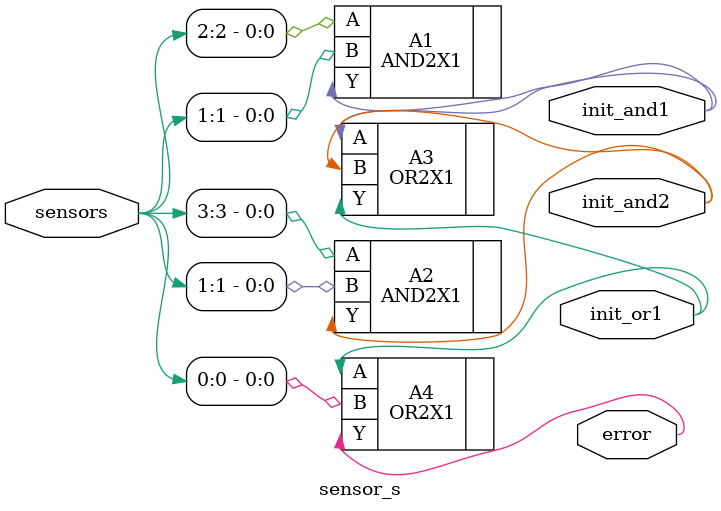
<source format=sv>

module sensor_s
(
	input wire [3:0] sensors,
	output wire init_and1,
	output wire init_and2,
	output wire init_or1,
	output wire error);

	AND2X1 A1 (.Y(init_and1), .A(sensors[2]), .B(sensors[1]));
	AND2X1 A2 (.Y(init_and2), .A(sensors[3]), .B(sensors[1]));
	OR2X1 A3 (.Y(init_or1), .A(init_and1),.B(init_and2));
	OR2X1 A4 (.Y(error), .A(init_or1),.B(sensors[0]));

endmodule
</source>
